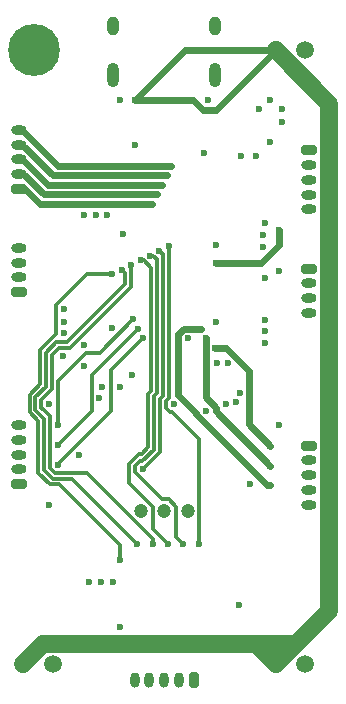
<source format=gbr>
%TF.GenerationSoftware,KiCad,Pcbnew,(6.0.9)*%
%TF.CreationDate,2022-12-02T14:17:00-08:00*%
%TF.ProjectId,controller,636f6e74-726f-46c6-9c65-722e6b696361,1*%
%TF.SameCoordinates,Original*%
%TF.FileFunction,Copper,L4,Bot*%
%TF.FilePolarity,Positive*%
%FSLAX46Y46*%
G04 Gerber Fmt 4.6, Leading zero omitted, Abs format (unit mm)*
G04 Created by KiCad (PCBNEW (6.0.9)) date 2022-12-02 14:17:00*
%MOMM*%
%LPD*%
G01*
G04 APERTURE LIST*
G04 Aperture macros list*
%AMRoundRect*
0 Rectangle with rounded corners*
0 $1 Rounding radius*
0 $2 $3 $4 $5 $6 $7 $8 $9 X,Y pos of 4 corners*
0 Add a 4 corners polygon primitive as box body*
4,1,4,$2,$3,$4,$5,$6,$7,$8,$9,$2,$3,0*
0 Add four circle primitives for the rounded corners*
1,1,$1+$1,$2,$3*
1,1,$1+$1,$4,$5*
1,1,$1+$1,$6,$7*
1,1,$1+$1,$8,$9*
0 Add four rect primitives between the rounded corners*
20,1,$1+$1,$2,$3,$4,$5,0*
20,1,$1+$1,$4,$5,$6,$7,0*
20,1,$1+$1,$6,$7,$8,$9,0*
20,1,$1+$1,$8,$9,$2,$3,0*%
G04 Aperture macros list end*
%TA.AperFunction,ComponentPad*%
%ADD10RoundRect,0.200000X-0.450000X0.200000X-0.450000X-0.200000X0.450000X-0.200000X0.450000X0.200000X0*%
%TD*%
%TA.AperFunction,ComponentPad*%
%ADD11O,1.300000X0.800000*%
%TD*%
%TA.AperFunction,ComponentPad*%
%ADD12RoundRect,0.200000X0.450000X-0.200000X0.450000X0.200000X-0.450000X0.200000X-0.450000X-0.200000X0*%
%TD*%
%TA.AperFunction,ComponentPad*%
%ADD13RoundRect,0.200000X0.200000X0.450000X-0.200000X0.450000X-0.200000X-0.450000X0.200000X-0.450000X0*%
%TD*%
%TA.AperFunction,ComponentPad*%
%ADD14O,0.800000X1.300000*%
%TD*%
%TA.AperFunction,ComponentPad*%
%ADD15O,1.000000X2.100000*%
%TD*%
%TA.AperFunction,ComponentPad*%
%ADD16O,1.000000X1.600000*%
%TD*%
%TA.AperFunction,ComponentPad*%
%ADD17C,1.200000*%
%TD*%
%TA.AperFunction,ComponentPad*%
%ADD18C,1.500000*%
%TD*%
%TA.AperFunction,ComponentPad*%
%ADD19C,4.400000*%
%TD*%
%TA.AperFunction,ViaPad*%
%ADD20C,0.600000*%
%TD*%
%TA.AperFunction,Conductor*%
%ADD21C,0.600000*%
%TD*%
%TA.AperFunction,Conductor*%
%ADD22C,1.500000*%
%TD*%
%TA.AperFunction,Conductor*%
%ADD23C,0.300000*%
%TD*%
G04 APERTURE END LIST*
D10*
%TO.P,J6,1,Pin_1*%
%TO.N,MOSI_R*%
X137300000Y-92500000D03*
D11*
%TO.P,J6,2,Pin_2*%
%TO.N,MISO_R*%
X137300000Y-93750000D03*
%TO.P,J6,3,Pin_3*%
%TO.N,SCK_R*%
X137300000Y-95000000D03*
%TO.P,J6,4,Pin_4*%
%TO.N,NSS_R*%
X137300000Y-96250000D03*
%TD*%
D12*
%TO.P,J7,1,Pin_1*%
%TO.N,COL5*%
X112700000Y-85750000D03*
D11*
%TO.P,J7,2,Pin_2*%
%TO.N,COL4*%
X112700000Y-84500000D03*
%TO.P,J7,3,Pin_3*%
%TO.N,COL3*%
X112700000Y-83250000D03*
%TO.P,J7,4,Pin_4*%
%TO.N,COL2*%
X112700000Y-82000000D03*
%TO.P,J7,5,Pin_5*%
%TO.N,COL1*%
X112700000Y-80750000D03*
%TD*%
D13*
%TO.P,J4,1,Pin_1*%
%TO.N,LED1_OUT*%
X127500000Y-127300000D03*
D14*
%TO.P,J4,2,Pin_2*%
%TO.N,LED2_OUT*%
X126250000Y-127300000D03*
%TO.P,J4,3,Pin_3*%
%TO.N,LED3_OUT*%
X125000000Y-127300000D03*
%TO.P,J4,4,Pin_4*%
%TO.N,LED4_OUT*%
X123750000Y-127300000D03*
%TO.P,J4,5,Pin_5*%
%TO.N,LED5_OUT*%
X122500000Y-127300000D03*
%TD*%
D15*
%TO.P,J2,S1,SHIELD*%
%TO.N,GND*%
X129320000Y-76130000D03*
D16*
X120680000Y-71950000D03*
X129320000Y-71950000D03*
D15*
X120680000Y-76130000D03*
%TD*%
D17*
%TO.P,SW1,1,A*%
%TO.N,GND*%
X127000000Y-113000000D03*
%TO.P,SW1,2,B*%
%TO.N,Net-(R2-Pad1)*%
X125000000Y-113000000D03*
%TO.P,SW1,3,C*%
%TO.N,3V3*%
X123000000Y-113000000D03*
%TD*%
D18*
%TO.P,J11,1,Pin_1*%
%TO.N,5V*%
X134450000Y-126000000D03*
%TO.P,J11,2,Pin_2*%
%TO.N,GND*%
X136950000Y-126000000D03*
%TD*%
D10*
%TO.P,J8,1,Pin_1*%
%TO.N,ROW1*%
X137300000Y-82500000D03*
D11*
%TO.P,J8,2,Pin_2*%
%TO.N,ROW2*%
X137300000Y-83750000D03*
%TO.P,J8,3,Pin_3*%
%TO.N,ROW3*%
X137300000Y-85000000D03*
%TO.P,J8,4,Pin_4*%
%TO.N,ROW4*%
X137300000Y-86250000D03*
%TO.P,J8,5,Pin_5*%
%TO.N,ROW5*%
X137300000Y-87500000D03*
%TD*%
D18*
%TO.P,J1,1,Pin_1*%
%TO.N,GND*%
X136950000Y-74000000D03*
%TO.P,J1,2,Pin_2*%
%TO.N,5V*%
X134450000Y-74000000D03*
%TD*%
D12*
%TO.P,J5,1,Pin_1*%
%TO.N,MOSI_L*%
X112700000Y-94500000D03*
D11*
%TO.P,J5,2,Pin_2*%
%TO.N,MISO_L*%
X112700000Y-93250000D03*
%TO.P,J5,3,Pin_3*%
%TO.N,SCK_L*%
X112700000Y-92000000D03*
%TO.P,J5,4,Pin_4*%
%TO.N,NSS_L*%
X112700000Y-90750000D03*
%TD*%
D10*
%TO.P,J10,1,Pin_1*%
%TO.N,3V3*%
X137300000Y-107500000D03*
D11*
%TO.P,J10,2,Pin_2*%
%TO.N,ST_X*%
X137300000Y-108750000D03*
%TO.P,J10,3,Pin_3*%
%TO.N,ST_Y*%
X137300000Y-110000000D03*
%TO.P,J10,4,Pin_4*%
%TO.N,ST_P_IN*%
X137300000Y-111250000D03*
%TO.P,J10,5,Pin_5*%
%TO.N,GND*%
X137300000Y-112500000D03*
%TD*%
D12*
%TO.P,J9,1,Pin_1*%
%TO.N,GND*%
X112700000Y-110750000D03*
D11*
%TO.P,J9,2,Pin_2*%
%TO.N,TR3*%
X112700000Y-109500000D03*
%TO.P,J9,3,Pin_3*%
%TO.N,TR2*%
X112700000Y-108250000D03*
%TO.P,J9,4,Pin_4*%
%TO.N,TR1*%
X112700000Y-107000000D03*
%TO.P,J9,5,Pin_5*%
%TO.N,3V3*%
X112700000Y-105750000D03*
%TD*%
D19*
%TO.P,H1,1*%
%TO.N,N/C*%
X114000000Y-74000000D03*
%TD*%
D18*
%TO.P,J3,1,Pin_1*%
%TO.N,5V*%
X113050000Y-126000000D03*
%TO.P,J3,2,Pin_2*%
%TO.N,GND*%
X115550000Y-126000000D03*
%TD*%
D20*
%TO.N,5V*%
X127450000Y-78250000D03*
X122550000Y-78250000D03*
%TO.N,GND*%
X131500000Y-83000000D03*
X130400000Y-100500000D03*
X129500000Y-100500000D03*
X118675000Y-119000000D03*
X134750000Y-105750000D03*
X121513600Y-89611200D03*
X115250000Y-104000000D03*
X132250000Y-110750000D03*
X132750000Y-83000000D03*
X121250000Y-78250000D03*
X129400000Y-90500000D03*
X125800000Y-104000000D03*
X128500000Y-104525000D03*
X133500000Y-88625000D03*
X127000000Y-98400000D03*
X133500000Y-93275000D03*
X122500000Y-82000000D03*
X131325000Y-121000000D03*
X134000000Y-81750000D03*
X117750000Y-108250000D03*
X121300000Y-122862500D03*
X118200000Y-88000000D03*
X119700000Y-102500000D03*
X133500000Y-98775000D03*
X128750000Y-78250000D03*
X119500000Y-103500000D03*
X115250000Y-112500000D03*
X116400000Y-99900000D03*
X129400000Y-97000000D03*
X116500000Y-95900000D03*
X134750000Y-92750000D03*
X128400000Y-82750000D03*
X120600000Y-97500000D03*
%TO.N,3V3*%
X116500000Y-97000000D03*
X133000000Y-79000000D03*
X120200000Y-88000000D03*
X120675000Y-119000000D03*
X133500000Y-96900000D03*
X121275000Y-102500000D03*
X134000000Y-78250000D03*
X122250000Y-101500000D03*
X119200000Y-88000000D03*
X131400000Y-103000000D03*
X118200000Y-99000000D03*
X135000000Y-80100000D03*
X135000000Y-79000000D03*
X133400000Y-89700000D03*
X133500000Y-97750000D03*
X118200000Y-100750000D03*
X133400000Y-90700000D03*
X130200000Y-104000000D03*
X131100000Y-103800000D03*
X119675000Y-119000000D03*
X116500000Y-98000000D03*
%TO.N,ST_X*%
X129300000Y-99200000D03*
X134000000Y-107500000D03*
%TO.N,ST_Y*%
X134000000Y-109200000D03*
X128500000Y-98400000D03*
%TO.N,TR1*%
X122400000Y-96800000D03*
X116000000Y-105750000D03*
%TO.N,TR2*%
X122800000Y-97600000D03*
X116000000Y-107450000D03*
%TO.N,TR3*%
X123200000Y-98400000D03*
X116000000Y-109100000D03*
%TO.N,COL1*%
X125600000Y-83800000D03*
%TO.N,COL2*%
X125200000Y-84600000D03*
%TO.N,COL3*%
X124800000Y-85400000D03*
%TO.N,COL4*%
X124400000Y-86200000D03*
%TO.N,COL5*%
X124000000Y-87000000D03*
%TO.N,BOOT0*%
X124600000Y-91000000D03*
X123200000Y-109500000D03*
%TO.N,BOOT1*%
X134750000Y-89200000D03*
X129400000Y-92000000D03*
%TO.N,ST_P*%
X128100000Y-97600000D03*
X134000000Y-110850000D03*
%TO.N,LED_OE*%
X121300000Y-117137500D03*
X120600000Y-93000000D03*
%TO.N,LED1*%
X125400000Y-90600000D03*
X127925000Y-115800000D03*
%TO.N,LED2*%
X126625000Y-115800000D03*
X123800000Y-91400000D03*
%TO.N,LED3*%
X123000000Y-91800000D03*
X125325000Y-115800000D03*
%TO.N,LED4*%
X122200000Y-92200000D03*
X124025000Y-115800000D03*
%TO.N,LED5*%
X121400000Y-92600000D03*
X122725000Y-115800000D03*
%TD*%
D21*
%TO.N,5V*%
X122550000Y-78250000D02*
X127450000Y-78250000D01*
D22*
X130309600Y-124300000D02*
X136150000Y-124300000D01*
D21*
X126800000Y-74000000D02*
X134450000Y-74000000D01*
D22*
X138988800Y-78538800D02*
X138988800Y-121461200D01*
X134450000Y-74000000D02*
X138988800Y-78538800D01*
D21*
X129400000Y-79050000D02*
X134450000Y-74000000D01*
D22*
X132750000Y-124300000D02*
X134450000Y-126000000D01*
D21*
X128250000Y-79050000D02*
X129400000Y-79050000D01*
D22*
X136150000Y-124300000D02*
X136168600Y-124281400D01*
D21*
X122550000Y-78250000D02*
X126800000Y-74000000D01*
X127450000Y-78250000D02*
X128250000Y-79050000D01*
D22*
X113050000Y-126000000D02*
X114750000Y-124300000D01*
X138988800Y-121461200D02*
X136168600Y-124281400D01*
X130309600Y-124300000D02*
X132750000Y-124300000D01*
X136168600Y-124281400D02*
X134450000Y-126000000D01*
X114750000Y-124300000D02*
X130309600Y-124300000D01*
D21*
%TO.N,ST_X*%
X132200000Y-101168629D02*
X132200000Y-105700000D01*
X130231371Y-99200000D02*
X132200000Y-101168629D01*
X132200000Y-105700000D02*
X134000000Y-107500000D01*
X129300000Y-99200000D02*
X130231371Y-99200000D01*
%TO.N,ST_Y*%
X129400000Y-104600000D02*
X134000000Y-109200000D01*
X128500000Y-98400000D02*
X128500000Y-103393629D01*
X129400000Y-104293629D02*
X129400000Y-104600000D01*
X128500000Y-103393629D02*
X129400000Y-104293629D01*
D23*
%TO.N,TR1*%
X116000000Y-105750000D02*
X116000000Y-102030761D01*
X116000000Y-102030761D02*
X118380761Y-99650000D01*
X118380761Y-99650000D02*
X119550000Y-99650000D01*
X119550000Y-99650000D02*
X122400000Y-96800000D01*
%TO.N,TR2*%
X118850000Y-104600000D02*
X116000000Y-107450000D01*
X122800000Y-97600000D02*
X118850000Y-101550000D01*
X118850000Y-101550000D02*
X118850000Y-104600000D01*
%TO.N,TR3*%
X120497600Y-101102400D02*
X123200000Y-98400000D01*
X116000000Y-109100000D02*
X116000000Y-109080761D01*
X116000000Y-109080761D02*
X120497600Y-104583161D01*
X120497600Y-104583161D02*
X120497600Y-101102400D01*
D21*
%TO.N,COL1*%
X112972792Y-80750000D02*
X116022792Y-83800000D01*
X116022792Y-83800000D02*
X125600000Y-83800000D01*
X112700000Y-80750000D02*
X112972792Y-80750000D01*
%TO.N,COL2*%
X112700000Y-82000000D02*
X112972792Y-82000000D01*
X112972792Y-82000000D02*
X115572792Y-84600000D01*
X115572792Y-84600000D02*
X125200000Y-84600000D01*
%TO.N,COL3*%
X112700000Y-83250000D02*
X112972792Y-83250000D01*
X112972792Y-83250000D02*
X115122792Y-85400000D01*
X115122792Y-85400000D02*
X124800000Y-85400000D01*
%TO.N,COL4*%
X114789949Y-86200000D02*
X124400000Y-86200000D01*
X112700000Y-84500000D02*
X113089949Y-84500000D01*
X113089949Y-84500000D02*
X114789949Y-86200000D01*
%TO.N,COL5*%
X113208579Y-85750000D02*
X114458579Y-87000000D01*
X114458579Y-87000000D02*
X124000000Y-87000000D01*
X112700000Y-85750000D02*
X113208579Y-85750000D01*
D23*
%TO.N,BOOT0*%
X124900000Y-91300000D02*
X124900000Y-103273654D01*
X124900000Y-103273654D02*
X124650000Y-103523654D01*
X124650000Y-103523654D02*
X124650000Y-108050000D01*
X124650000Y-108050000D02*
X123200000Y-109500000D01*
X124600000Y-91000000D02*
X124900000Y-91300000D01*
D21*
%TO.N,BOOT1*%
X133231371Y-92000000D02*
X134750000Y-90481371D01*
X134750000Y-90481371D02*
X134750000Y-89200000D01*
X129400000Y-92000000D02*
X133231371Y-92000000D01*
%TO.N,ST_P*%
X133693629Y-110850000D02*
X134000000Y-110850000D01*
X126200000Y-98068629D02*
X126200000Y-103238400D01*
X127700000Y-104856371D02*
X133693629Y-110850000D01*
X128100000Y-97600000D02*
X126668629Y-97600000D01*
X126200000Y-103238400D02*
X127700000Y-104738400D01*
X126668629Y-97600000D02*
X126200000Y-98068629D01*
X127700000Y-104738400D02*
X127700000Y-104856371D01*
D23*
%TO.N,LED_OE*%
X115850000Y-98076987D02*
X114500000Y-99426986D01*
X118480761Y-93000000D02*
X115850000Y-95630761D01*
X114500000Y-102303388D02*
X113600000Y-103203387D01*
X114350000Y-109783451D02*
X115345349Y-110778800D01*
X121300000Y-115950000D02*
X121300000Y-117137500D01*
X115850000Y-95630761D02*
X115850000Y-98076987D01*
X120600000Y-93000000D02*
X118480761Y-93000000D01*
X113600000Y-104683453D02*
X114350000Y-105433453D01*
X113600000Y-103203387D02*
X113600000Y-104683453D01*
X115345349Y-110778800D02*
X116128800Y-110778800D01*
X116128800Y-110778800D02*
X121300000Y-115950000D01*
X114500000Y-99426986D02*
X114500000Y-102303388D01*
X114350000Y-105433453D02*
X114350000Y-109783451D01*
%TO.N,LED1*%
X125400000Y-90600000D02*
X125400000Y-103480761D01*
X127950000Y-115775000D02*
X127925000Y-115800000D01*
X125400000Y-103480761D02*
X125150000Y-103730761D01*
X125150000Y-104269239D02*
X125530761Y-104650000D01*
X125150000Y-103730761D02*
X125150000Y-104269239D01*
X125679200Y-104650000D02*
X127950000Y-106920800D01*
X127950000Y-106920800D02*
X127950000Y-115775000D01*
X125530761Y-104650000D02*
X125679200Y-104650000D01*
%TO.N,LED2*%
X124080761Y-91400000D02*
X124400000Y-91719239D01*
X124400000Y-91719239D02*
X124400000Y-103066547D01*
X123800000Y-91400000D02*
X124080761Y-91400000D01*
X124400000Y-103066547D02*
X124150000Y-103316547D01*
X126034800Y-115209800D02*
X126625000Y-115800000D01*
X122550000Y-109230761D02*
X122550000Y-109769239D01*
X123159247Y-108833647D02*
X122947114Y-108833647D01*
X124830761Y-112050000D02*
X125410400Y-112050000D01*
X124150000Y-107842894D02*
X123159247Y-108833647D01*
X122947114Y-108833647D02*
X122550000Y-109230761D01*
X124150000Y-103316547D02*
X124150000Y-107842894D01*
X126034800Y-112674400D02*
X126034800Y-115209800D01*
X122550000Y-109769239D02*
X124830761Y-112050000D01*
X125410400Y-112050000D02*
X126034800Y-112674400D01*
%TO.N,LED3*%
X122050000Y-109023655D02*
X122050000Y-110670800D01*
X123650000Y-107635788D02*
X123110494Y-108175294D01*
X123900000Y-102859440D02*
X123650000Y-103109440D01*
X122050000Y-110670800D02*
X124050000Y-112670800D01*
X123110494Y-108175294D02*
X122898361Y-108175294D01*
X124050000Y-112670800D02*
X124050000Y-114525000D01*
X123000000Y-91800000D02*
X123280761Y-91800000D01*
X123280761Y-91800000D02*
X123900000Y-92419239D01*
X123650000Y-103109440D02*
X123650000Y-107635788D01*
X124050000Y-114525000D02*
X125325000Y-115800000D01*
X123900000Y-92419239D02*
X123900000Y-102859440D01*
X122898361Y-108175294D02*
X122050000Y-109023655D01*
%TO.N,LED4*%
X122200000Y-94080761D02*
X117030761Y-99250000D01*
X116091200Y-99250000D02*
X115500000Y-99841200D01*
X118435297Y-109778800D02*
X124025000Y-115368503D01*
X122200000Y-92200000D02*
X122200000Y-94080761D01*
X114600000Y-103617600D02*
X114600000Y-104269239D01*
X114817180Y-104486420D02*
X115350000Y-105019240D01*
X117030761Y-99250000D02*
X116091200Y-99250000D01*
X114600000Y-104269239D02*
X114817180Y-104486420D01*
X115759561Y-109778800D02*
X118435297Y-109778800D01*
X115350000Y-105019240D02*
X115350000Y-109369239D01*
X115500000Y-102717600D02*
X114600000Y-103617600D01*
X115350000Y-109369239D02*
X115759561Y-109778800D01*
X124025000Y-115368503D02*
X124025000Y-115800000D01*
X115500000Y-99841200D02*
X115500000Y-102717600D01*
%TO.N,LED5*%
X115000000Y-102510494D02*
X114100000Y-103410494D01*
X115884093Y-98750000D02*
X115000000Y-99634093D01*
X114100000Y-103410494D02*
X114100000Y-104476346D01*
X114850000Y-109576345D02*
X115552455Y-110278800D01*
X121400000Y-92600000D02*
X121700000Y-92900000D01*
X115000000Y-99634093D02*
X115000000Y-102510494D01*
X117203800Y-110278800D02*
X122725000Y-115800000D01*
X116794400Y-98750000D02*
X115884093Y-98750000D01*
X114100000Y-104476346D02*
X114850000Y-105226346D01*
X121700000Y-92900000D02*
X121700000Y-93844400D01*
X115552455Y-110278800D02*
X117203800Y-110278800D01*
X114850000Y-105226346D02*
X114850000Y-109576345D01*
X121700000Y-93844400D02*
X116794400Y-98750000D01*
%TD*%
M02*

</source>
